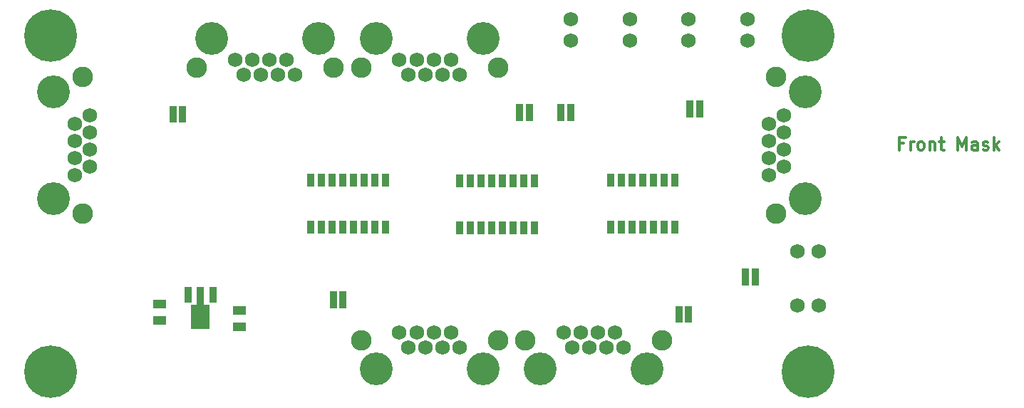
<source format=gts>
G04 (created by PCBNEW (2013-07-07 BZR 4022)-stable) date 9/18/2013 13:06:53*
%MOIN*%
G04 Gerber Fmt 3.4, Leading zero omitted, Abs format*
%FSLAX34Y34*%
G01*
G70*
G90*
G04 APERTURE LIST*
%ADD10C,0.00590551*%
%ADD11C,0.011811*%
%ADD12C,0.0688976*%
%ADD13R,0.0348425X0.0598425*%
%ADD14R,0.033474X0.019674*%
%ADD15R,0.0354425X0.0216425*%
%ADD16C,0.246063*%
%ADD17R,0.0648425X0.0448425*%
%ADD18C,0.153543*%
%ADD19C,0.0689425*%
%ADD20C,0.0964567*%
%ADD21R,0.0374425X0.0728425*%
%ADD22R,0.0374425X0.0925425*%
%ADD23R,0.0885425X0.118143*%
G04 APERTURE END LIST*
G54D10*
G54D11*
X46597Y-11740D02*
X46400Y-11740D01*
X46400Y-12050D02*
X46400Y-11459D01*
X46681Y-11459D01*
X46906Y-12050D02*
X46906Y-11656D01*
X46906Y-11768D02*
X46934Y-11712D01*
X46962Y-11684D01*
X47019Y-11656D01*
X47075Y-11656D01*
X47356Y-12050D02*
X47300Y-12021D01*
X47272Y-11993D01*
X47244Y-11937D01*
X47244Y-11768D01*
X47272Y-11712D01*
X47300Y-11684D01*
X47356Y-11656D01*
X47440Y-11656D01*
X47497Y-11684D01*
X47525Y-11712D01*
X47553Y-11768D01*
X47553Y-11937D01*
X47525Y-11993D01*
X47497Y-12021D01*
X47440Y-12050D01*
X47356Y-12050D01*
X47806Y-11656D02*
X47806Y-12050D01*
X47806Y-11712D02*
X47834Y-11684D01*
X47890Y-11656D01*
X47975Y-11656D01*
X48031Y-11684D01*
X48059Y-11740D01*
X48059Y-12050D01*
X48256Y-11656D02*
X48481Y-11656D01*
X48340Y-11459D02*
X48340Y-11965D01*
X48368Y-12021D01*
X48425Y-12050D01*
X48481Y-12050D01*
X49128Y-12050D02*
X49128Y-11459D01*
X49325Y-11881D01*
X49521Y-11459D01*
X49521Y-12050D01*
X50056Y-12050D02*
X50056Y-11740D01*
X50028Y-11684D01*
X49971Y-11656D01*
X49859Y-11656D01*
X49803Y-11684D01*
X50056Y-12021D02*
X50000Y-12050D01*
X49859Y-12050D01*
X49803Y-12021D01*
X49775Y-11965D01*
X49775Y-11909D01*
X49803Y-11853D01*
X49859Y-11825D01*
X50000Y-11825D01*
X50056Y-11796D01*
X50309Y-12021D02*
X50365Y-12050D01*
X50478Y-12050D01*
X50534Y-12021D01*
X50562Y-11965D01*
X50562Y-11937D01*
X50534Y-11881D01*
X50478Y-11853D01*
X50393Y-11853D01*
X50337Y-11825D01*
X50309Y-11768D01*
X50309Y-11740D01*
X50337Y-11684D01*
X50393Y-11656D01*
X50478Y-11656D01*
X50534Y-11684D01*
X50815Y-12050D02*
X50815Y-11459D01*
X50871Y-11825D02*
X51040Y-12050D01*
X51040Y-11656D02*
X50815Y-11881D01*
G54D12*
X41625Y-16791D03*
X42625Y-16791D03*
X31023Y-6917D03*
X31023Y-5917D03*
X41625Y-19311D03*
X42625Y-19311D03*
X33779Y-6917D03*
X33779Y-5917D03*
X36535Y-6917D03*
X36535Y-5917D03*
X39291Y-6917D03*
X39291Y-5917D03*
G54D13*
X35889Y-13466D03*
X35389Y-13466D03*
X34889Y-13466D03*
X34389Y-13466D03*
X33889Y-13466D03*
X33389Y-13466D03*
X32889Y-13466D03*
X32889Y-15666D03*
X33389Y-15666D03*
X33889Y-15666D03*
X34389Y-15666D03*
X34889Y-15666D03*
X35389Y-15666D03*
X35889Y-15666D03*
X18840Y-15666D03*
X19340Y-15666D03*
X19840Y-15666D03*
X20340Y-15666D03*
X20840Y-15666D03*
X21340Y-15666D03*
X21840Y-15666D03*
X22340Y-15666D03*
X22340Y-13466D03*
X21840Y-13466D03*
X21340Y-13466D03*
X20840Y-13466D03*
X20340Y-13466D03*
X19840Y-13466D03*
X19340Y-13466D03*
X18840Y-13466D03*
X25828Y-15686D03*
X26328Y-15686D03*
X26828Y-15686D03*
X27328Y-15686D03*
X27828Y-15686D03*
X28328Y-15686D03*
X28828Y-15686D03*
X29328Y-15686D03*
X29328Y-13486D03*
X28828Y-13486D03*
X28328Y-13486D03*
X27828Y-13486D03*
X27328Y-13486D03*
X26828Y-13486D03*
X26328Y-13486D03*
X25828Y-13486D03*
G54D14*
X29086Y-10590D03*
X29086Y-10393D03*
X29086Y-10196D03*
X29086Y-9999D03*
X28633Y-9999D03*
X28633Y-10196D03*
X28633Y-10393D03*
X28633Y-10590D03*
X19909Y-18760D03*
X19909Y-18957D03*
X19909Y-19154D03*
X19909Y-19351D03*
X20362Y-19351D03*
X20362Y-19154D03*
X20362Y-18957D03*
X20362Y-18760D03*
X36602Y-9823D03*
X36602Y-10020D03*
X36602Y-10217D03*
X36602Y-10414D03*
X37055Y-10414D03*
X37055Y-10217D03*
X37055Y-10020D03*
X37055Y-9823D03*
G54D15*
X39201Y-17697D03*
X39201Y-17894D03*
X39201Y-18091D03*
X39201Y-18288D03*
X39654Y-18288D03*
X39654Y-18091D03*
X39654Y-17894D03*
X39654Y-17697D03*
G54D14*
X36527Y-20039D03*
X36527Y-19842D03*
X36527Y-19645D03*
X36527Y-19448D03*
X36074Y-19448D03*
X36074Y-19645D03*
X36074Y-19842D03*
X36074Y-20039D03*
X30559Y-10000D03*
X30559Y-10197D03*
X30559Y-10394D03*
X30559Y-10591D03*
X31012Y-10591D03*
X31012Y-10394D03*
X31012Y-10197D03*
X31012Y-10000D03*
X12409Y-10079D03*
X12409Y-10276D03*
X12409Y-10473D03*
X12409Y-10670D03*
X12862Y-10670D03*
X12862Y-10473D03*
X12862Y-10276D03*
X12862Y-10079D03*
G54D16*
X6692Y-6692D03*
X6692Y-22440D03*
X42125Y-22440D03*
X42125Y-6692D03*
G54D17*
X11771Y-19270D03*
X11771Y-20020D03*
X15531Y-19565D03*
X15531Y-20315D03*
G54D18*
X21909Y-6830D03*
X26909Y-6830D03*
G54D19*
X23003Y-7830D03*
X23405Y-8531D03*
X23807Y-7830D03*
X24208Y-8531D03*
X24610Y-7830D03*
X25011Y-8531D03*
X25413Y-7830D03*
X25814Y-8531D03*
G54D20*
X21208Y-8181D03*
X27610Y-8181D03*
G54D18*
X6830Y-14330D03*
X6830Y-9330D03*
G54D19*
X7830Y-13236D03*
X8531Y-12834D03*
X7830Y-12433D03*
X8531Y-12031D03*
X7830Y-11629D03*
X8531Y-11228D03*
X7830Y-10826D03*
X8531Y-10425D03*
G54D20*
X8181Y-15031D03*
X8181Y-8629D03*
G54D18*
X41988Y-9330D03*
X41988Y-14330D03*
G54D19*
X40988Y-10425D03*
X40287Y-10826D03*
X40988Y-11228D03*
X40287Y-11629D03*
X40988Y-12031D03*
X40287Y-12433D03*
X40988Y-12834D03*
X40287Y-13236D03*
G54D20*
X40637Y-8629D03*
X40637Y-15031D03*
G54D18*
X34586Y-22303D03*
X29586Y-22303D03*
G54D19*
X33492Y-21303D03*
X33090Y-20602D03*
X32688Y-21303D03*
X32287Y-20602D03*
X31885Y-21303D03*
X31484Y-20602D03*
X31082Y-21303D03*
X30681Y-20602D03*
G54D20*
X35287Y-20952D03*
X28885Y-20952D03*
G54D18*
X14232Y-6830D03*
X19232Y-6830D03*
G54D19*
X15326Y-7830D03*
X15728Y-8531D03*
X16129Y-7830D03*
X16531Y-8531D03*
X16933Y-7830D03*
X17334Y-8531D03*
X17736Y-7830D03*
X18137Y-8531D03*
G54D20*
X13531Y-8181D03*
X19933Y-8181D03*
G54D18*
X26909Y-22303D03*
X21909Y-22303D03*
G54D19*
X25814Y-21303D03*
X25413Y-20602D03*
X25011Y-21303D03*
X24610Y-20602D03*
X24208Y-21303D03*
X23807Y-20602D03*
X23405Y-21303D03*
X23003Y-20602D03*
G54D20*
X27610Y-20952D03*
X21208Y-20952D03*
G54D21*
X14291Y-18818D03*
G54D22*
X13700Y-18916D03*
G54D21*
X13109Y-18818D03*
G54D23*
X13700Y-19861D03*
M02*

</source>
